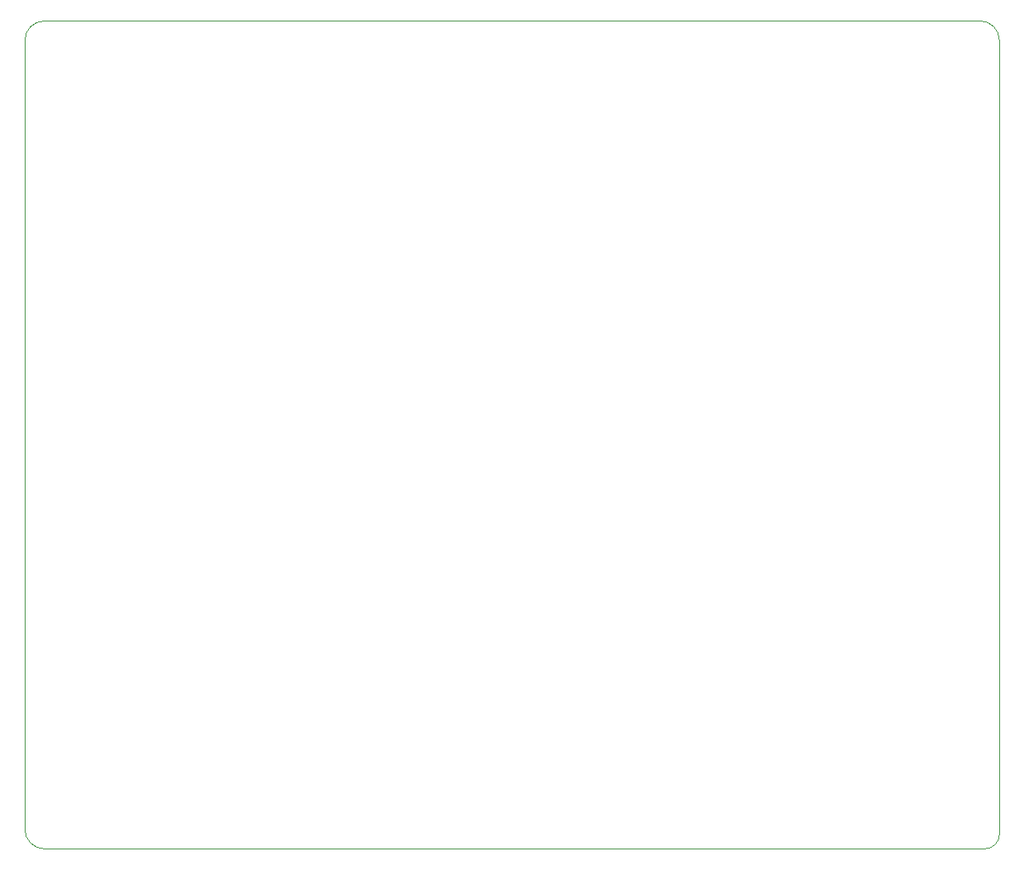
<source format=gm1>
G04 #@! TF.GenerationSoftware,KiCad,Pcbnew,7.0.0-da2b9df05c~171~ubuntu20.04.1*
G04 #@! TF.CreationDate,2023-05-09T13:21:18-04:00*
G04 #@! TF.ProjectId,Phecda_V4,50686563-6461-45f5-9634-2e6b69636164,rev?*
G04 #@! TF.SameCoordinates,Original*
G04 #@! TF.FileFunction,Profile,NP*
%FSLAX46Y46*%
G04 Gerber Fmt 4.6, Leading zero omitted, Abs format (unit mm)*
G04 Created by KiCad (PCBNEW 7.0.0-da2b9df05c~171~ubuntu20.04.1) date 2023-05-09 13:21:18*
%MOMM*%
%LPD*%
G01*
G04 APERTURE LIST*
G04 #@! TA.AperFunction,Profile*
%ADD10C,0.100000*%
G04 #@! TD*
G04 APERTURE END LIST*
D10*
X41000000Y-122000000D02*
X41000000Y-41000000D01*
X43000000Y-39000000D02*
X139000000Y-39000000D01*
X141000000Y-41000000D02*
X141000000Y-122500000D01*
X139500000Y-124000000D02*
X43000000Y-124000000D01*
X43000000Y-39000000D02*
G75*
G03*
X41000000Y-41000000I0J-2000000D01*
G01*
X139500000Y-124000000D02*
G75*
G03*
X141000000Y-122500000I0J1500000D01*
G01*
X141000000Y-41000000D02*
G75*
G03*
X139000000Y-39000000I-2000000J0D01*
G01*
X41000000Y-122000000D02*
G75*
G03*
X43000000Y-124000000I2000000J0D01*
G01*
M02*

</source>
